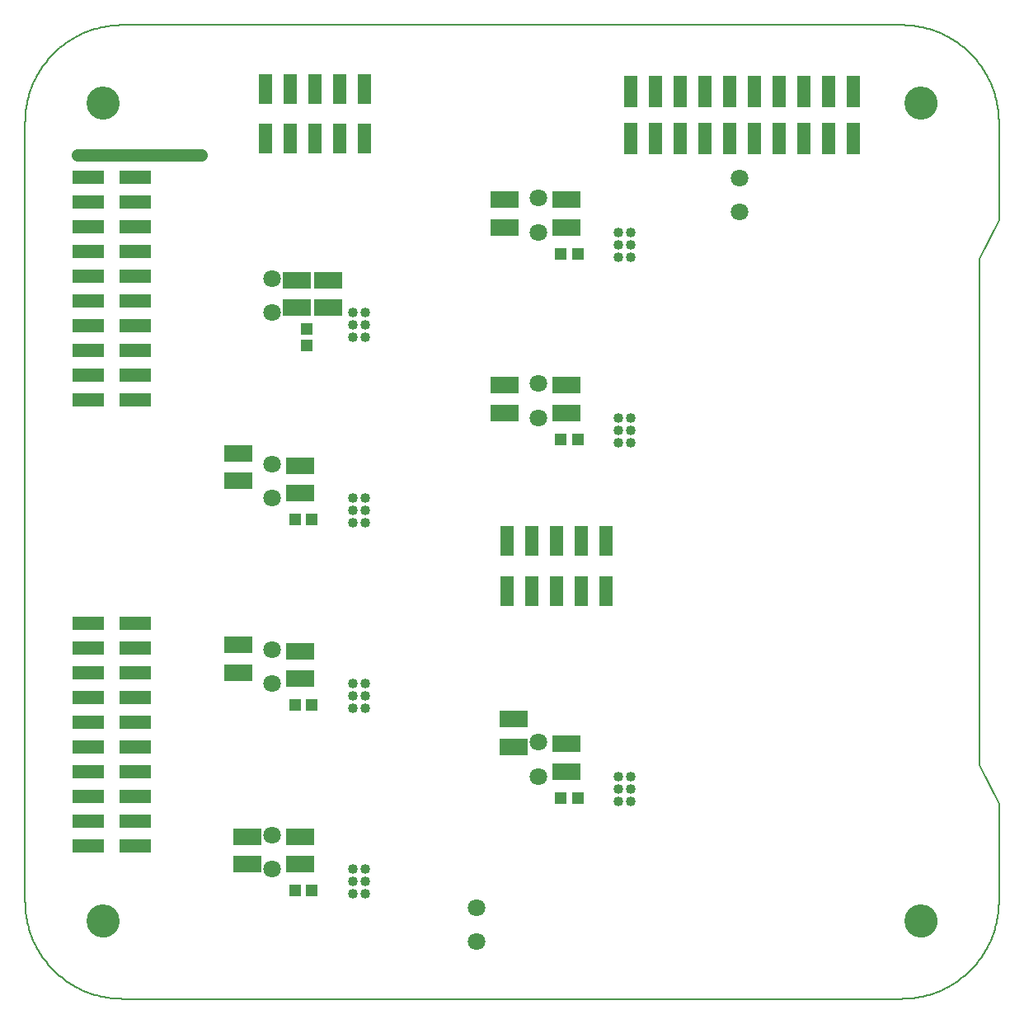
<source format=gbs>
G75*
%MOIN*%
%OFA0B0*%
%FSLAX25Y25*%
%IPPOS*%
%LPD*%
%AMOC8*
5,1,8,0,0,1.08239X$1,22.5*
%
%ADD10C,0.00600*%
%ADD11C,0.05000*%
%ADD12C,0.00000*%
%ADD13C,0.13398*%
%ADD14R,0.12800X0.05800*%
%ADD15R,0.05800X0.12300*%
%ADD16C,0.03981*%
%ADD17C,0.07099*%
%ADD18R,0.11430X0.07099*%
%ADD19R,0.05052X0.04934*%
%ADD20R,0.04934X0.05052*%
%ADD21R,0.05800X0.12800*%
D10*
X0116800Y0058370D02*
X0116800Y0373331D01*
X0116811Y0374282D01*
X0116846Y0375233D01*
X0116903Y0376183D01*
X0116984Y0377131D01*
X0117087Y0378077D01*
X0117213Y0379020D01*
X0117362Y0379959D01*
X0117533Y0380895D01*
X0117728Y0381826D01*
X0117944Y0382753D01*
X0118183Y0383674D01*
X0118444Y0384589D01*
X0118727Y0385497D01*
X0119032Y0386398D01*
X0119358Y0387292D01*
X0119707Y0388177D01*
X0120076Y0389054D01*
X0120466Y0389922D01*
X0120878Y0390779D01*
X0121310Y0391627D01*
X0121762Y0392464D01*
X0122234Y0393290D01*
X0122726Y0394104D01*
X0123238Y0394906D01*
X0123769Y0395696D01*
X0124319Y0396472D01*
X0124887Y0397235D01*
X0125474Y0397984D01*
X0126079Y0398718D01*
X0126701Y0399438D01*
X0127341Y0400143D01*
X0127997Y0400831D01*
X0128670Y0401504D01*
X0129358Y0402160D01*
X0130063Y0402800D01*
X0130783Y0403422D01*
X0131517Y0404027D01*
X0132266Y0404614D01*
X0133029Y0405182D01*
X0133805Y0405732D01*
X0134595Y0406263D01*
X0135397Y0406775D01*
X0136211Y0407267D01*
X0137037Y0407739D01*
X0137874Y0408191D01*
X0138722Y0408623D01*
X0139579Y0409035D01*
X0140447Y0409425D01*
X0141324Y0409794D01*
X0142209Y0410143D01*
X0143103Y0410469D01*
X0144004Y0410774D01*
X0144912Y0411057D01*
X0145827Y0411318D01*
X0146748Y0411557D01*
X0147675Y0411773D01*
X0148606Y0411968D01*
X0149542Y0412139D01*
X0150481Y0412288D01*
X0151424Y0412414D01*
X0152370Y0412517D01*
X0153318Y0412598D01*
X0154268Y0412655D01*
X0155219Y0412690D01*
X0156170Y0412701D01*
X0471131Y0412701D01*
X0472082Y0412690D01*
X0473033Y0412655D01*
X0473983Y0412598D01*
X0474931Y0412517D01*
X0475877Y0412414D01*
X0476820Y0412288D01*
X0477759Y0412139D01*
X0478695Y0411968D01*
X0479626Y0411773D01*
X0480553Y0411557D01*
X0481474Y0411318D01*
X0482389Y0411057D01*
X0483297Y0410774D01*
X0484198Y0410469D01*
X0485092Y0410143D01*
X0485977Y0409794D01*
X0486854Y0409425D01*
X0487722Y0409035D01*
X0488579Y0408623D01*
X0489427Y0408191D01*
X0490264Y0407739D01*
X0491090Y0407267D01*
X0491904Y0406775D01*
X0492706Y0406263D01*
X0493496Y0405732D01*
X0494272Y0405182D01*
X0495035Y0404614D01*
X0495784Y0404027D01*
X0496518Y0403422D01*
X0497238Y0402800D01*
X0497943Y0402160D01*
X0498631Y0401504D01*
X0499304Y0400831D01*
X0499960Y0400143D01*
X0500600Y0399438D01*
X0501222Y0398718D01*
X0501827Y0397984D01*
X0502414Y0397235D01*
X0502982Y0396472D01*
X0503532Y0395696D01*
X0504063Y0394906D01*
X0504575Y0394104D01*
X0505067Y0393290D01*
X0505539Y0392464D01*
X0505991Y0391627D01*
X0506423Y0390779D01*
X0506835Y0389922D01*
X0507225Y0389054D01*
X0507594Y0388177D01*
X0507943Y0387292D01*
X0508269Y0386398D01*
X0508574Y0385497D01*
X0508857Y0384589D01*
X0509118Y0383674D01*
X0509357Y0382753D01*
X0509573Y0381826D01*
X0509768Y0380895D01*
X0509939Y0379959D01*
X0510088Y0379020D01*
X0510214Y0378077D01*
X0510317Y0377131D01*
X0510398Y0376183D01*
X0510455Y0375233D01*
X0510490Y0374282D01*
X0510501Y0373331D01*
X0510501Y0333961D01*
X0502627Y0318213D01*
X0502627Y0113488D01*
X0510501Y0097740D01*
X0510501Y0058370D01*
X0510490Y0057419D01*
X0510455Y0056468D01*
X0510398Y0055518D01*
X0510317Y0054570D01*
X0510214Y0053624D01*
X0510088Y0052681D01*
X0509939Y0051742D01*
X0509768Y0050806D01*
X0509573Y0049875D01*
X0509357Y0048948D01*
X0509118Y0048027D01*
X0508857Y0047112D01*
X0508574Y0046204D01*
X0508269Y0045303D01*
X0507943Y0044409D01*
X0507594Y0043524D01*
X0507225Y0042647D01*
X0506835Y0041779D01*
X0506423Y0040922D01*
X0505991Y0040074D01*
X0505539Y0039237D01*
X0505067Y0038411D01*
X0504575Y0037597D01*
X0504063Y0036795D01*
X0503532Y0036005D01*
X0502982Y0035229D01*
X0502414Y0034466D01*
X0501827Y0033717D01*
X0501222Y0032983D01*
X0500600Y0032263D01*
X0499960Y0031558D01*
X0499304Y0030870D01*
X0498631Y0030197D01*
X0497943Y0029541D01*
X0497238Y0028901D01*
X0496518Y0028279D01*
X0495784Y0027674D01*
X0495035Y0027087D01*
X0494272Y0026519D01*
X0493496Y0025969D01*
X0492706Y0025438D01*
X0491904Y0024926D01*
X0491090Y0024434D01*
X0490264Y0023962D01*
X0489427Y0023510D01*
X0488579Y0023078D01*
X0487722Y0022666D01*
X0486854Y0022276D01*
X0485977Y0021907D01*
X0485092Y0021558D01*
X0484198Y0021232D01*
X0483297Y0020927D01*
X0482389Y0020644D01*
X0481474Y0020383D01*
X0480553Y0020144D01*
X0479626Y0019928D01*
X0478695Y0019733D01*
X0477759Y0019562D01*
X0476820Y0019413D01*
X0475877Y0019287D01*
X0474931Y0019184D01*
X0473983Y0019103D01*
X0473033Y0019046D01*
X0472082Y0019011D01*
X0471131Y0019000D01*
X0156170Y0019000D01*
X0155219Y0019011D01*
X0154268Y0019046D01*
X0153318Y0019103D01*
X0152370Y0019184D01*
X0151424Y0019287D01*
X0150481Y0019413D01*
X0149542Y0019562D01*
X0148606Y0019733D01*
X0147675Y0019928D01*
X0146748Y0020144D01*
X0145827Y0020383D01*
X0144912Y0020644D01*
X0144004Y0020927D01*
X0143103Y0021232D01*
X0142209Y0021558D01*
X0141324Y0021907D01*
X0140447Y0022276D01*
X0139579Y0022666D01*
X0138722Y0023078D01*
X0137874Y0023510D01*
X0137037Y0023962D01*
X0136211Y0024434D01*
X0135397Y0024926D01*
X0134595Y0025438D01*
X0133805Y0025969D01*
X0133029Y0026519D01*
X0132266Y0027087D01*
X0131517Y0027674D01*
X0130783Y0028279D01*
X0130063Y0028901D01*
X0129358Y0029541D01*
X0128670Y0030197D01*
X0127997Y0030870D01*
X0127341Y0031558D01*
X0126701Y0032263D01*
X0126079Y0032983D01*
X0125474Y0033717D01*
X0124887Y0034466D01*
X0124319Y0035229D01*
X0123769Y0036005D01*
X0123238Y0036795D01*
X0122726Y0037597D01*
X0122234Y0038411D01*
X0121762Y0039237D01*
X0121310Y0040074D01*
X0120878Y0040922D01*
X0120466Y0041779D01*
X0120076Y0042647D01*
X0119707Y0043524D01*
X0119358Y0044409D01*
X0119032Y0045303D01*
X0118727Y0046204D01*
X0118444Y0047112D01*
X0118183Y0048027D01*
X0117944Y0048948D01*
X0117728Y0049875D01*
X0117533Y0050806D01*
X0117362Y0051742D01*
X0117213Y0052681D01*
X0117087Y0053624D01*
X0116984Y0054570D01*
X0116903Y0055518D01*
X0116846Y0056468D01*
X0116811Y0057419D01*
X0116800Y0058370D01*
D11*
X0138050Y0360250D02*
X0188050Y0360250D01*
D12*
X0141997Y0381205D02*
X0141999Y0381363D01*
X0142005Y0381521D01*
X0142015Y0381679D01*
X0142029Y0381837D01*
X0142047Y0381994D01*
X0142068Y0382151D01*
X0142094Y0382307D01*
X0142124Y0382463D01*
X0142157Y0382618D01*
X0142195Y0382771D01*
X0142236Y0382924D01*
X0142281Y0383076D01*
X0142330Y0383227D01*
X0142383Y0383376D01*
X0142439Y0383524D01*
X0142499Y0383670D01*
X0142563Y0383815D01*
X0142631Y0383958D01*
X0142702Y0384100D01*
X0142776Y0384240D01*
X0142854Y0384377D01*
X0142936Y0384513D01*
X0143020Y0384647D01*
X0143109Y0384778D01*
X0143200Y0384907D01*
X0143295Y0385034D01*
X0143392Y0385159D01*
X0143493Y0385281D01*
X0143597Y0385400D01*
X0143704Y0385517D01*
X0143814Y0385631D01*
X0143927Y0385742D01*
X0144042Y0385851D01*
X0144160Y0385956D01*
X0144281Y0386058D01*
X0144404Y0386158D01*
X0144530Y0386254D01*
X0144658Y0386347D01*
X0144788Y0386437D01*
X0144921Y0386523D01*
X0145056Y0386607D01*
X0145192Y0386686D01*
X0145331Y0386763D01*
X0145472Y0386835D01*
X0145614Y0386905D01*
X0145758Y0386970D01*
X0145904Y0387032D01*
X0146051Y0387090D01*
X0146200Y0387145D01*
X0146350Y0387196D01*
X0146501Y0387243D01*
X0146653Y0387286D01*
X0146806Y0387325D01*
X0146961Y0387361D01*
X0147116Y0387392D01*
X0147272Y0387420D01*
X0147428Y0387444D01*
X0147585Y0387464D01*
X0147743Y0387480D01*
X0147900Y0387492D01*
X0148059Y0387500D01*
X0148217Y0387504D01*
X0148375Y0387504D01*
X0148533Y0387500D01*
X0148692Y0387492D01*
X0148849Y0387480D01*
X0149007Y0387464D01*
X0149164Y0387444D01*
X0149320Y0387420D01*
X0149476Y0387392D01*
X0149631Y0387361D01*
X0149786Y0387325D01*
X0149939Y0387286D01*
X0150091Y0387243D01*
X0150242Y0387196D01*
X0150392Y0387145D01*
X0150541Y0387090D01*
X0150688Y0387032D01*
X0150834Y0386970D01*
X0150978Y0386905D01*
X0151120Y0386835D01*
X0151261Y0386763D01*
X0151400Y0386686D01*
X0151536Y0386607D01*
X0151671Y0386523D01*
X0151804Y0386437D01*
X0151934Y0386347D01*
X0152062Y0386254D01*
X0152188Y0386158D01*
X0152311Y0386058D01*
X0152432Y0385956D01*
X0152550Y0385851D01*
X0152665Y0385742D01*
X0152778Y0385631D01*
X0152888Y0385517D01*
X0152995Y0385400D01*
X0153099Y0385281D01*
X0153200Y0385159D01*
X0153297Y0385034D01*
X0153392Y0384907D01*
X0153483Y0384778D01*
X0153572Y0384647D01*
X0153656Y0384513D01*
X0153738Y0384377D01*
X0153816Y0384240D01*
X0153890Y0384100D01*
X0153961Y0383958D01*
X0154029Y0383815D01*
X0154093Y0383670D01*
X0154153Y0383524D01*
X0154209Y0383376D01*
X0154262Y0383227D01*
X0154311Y0383076D01*
X0154356Y0382924D01*
X0154397Y0382771D01*
X0154435Y0382618D01*
X0154468Y0382463D01*
X0154498Y0382307D01*
X0154524Y0382151D01*
X0154545Y0381994D01*
X0154563Y0381837D01*
X0154577Y0381679D01*
X0154587Y0381521D01*
X0154593Y0381363D01*
X0154595Y0381205D01*
X0154593Y0381047D01*
X0154587Y0380889D01*
X0154577Y0380731D01*
X0154563Y0380573D01*
X0154545Y0380416D01*
X0154524Y0380259D01*
X0154498Y0380103D01*
X0154468Y0379947D01*
X0154435Y0379792D01*
X0154397Y0379639D01*
X0154356Y0379486D01*
X0154311Y0379334D01*
X0154262Y0379183D01*
X0154209Y0379034D01*
X0154153Y0378886D01*
X0154093Y0378740D01*
X0154029Y0378595D01*
X0153961Y0378452D01*
X0153890Y0378310D01*
X0153816Y0378170D01*
X0153738Y0378033D01*
X0153656Y0377897D01*
X0153572Y0377763D01*
X0153483Y0377632D01*
X0153392Y0377503D01*
X0153297Y0377376D01*
X0153200Y0377251D01*
X0153099Y0377129D01*
X0152995Y0377010D01*
X0152888Y0376893D01*
X0152778Y0376779D01*
X0152665Y0376668D01*
X0152550Y0376559D01*
X0152432Y0376454D01*
X0152311Y0376352D01*
X0152188Y0376252D01*
X0152062Y0376156D01*
X0151934Y0376063D01*
X0151804Y0375973D01*
X0151671Y0375887D01*
X0151536Y0375803D01*
X0151400Y0375724D01*
X0151261Y0375647D01*
X0151120Y0375575D01*
X0150978Y0375505D01*
X0150834Y0375440D01*
X0150688Y0375378D01*
X0150541Y0375320D01*
X0150392Y0375265D01*
X0150242Y0375214D01*
X0150091Y0375167D01*
X0149939Y0375124D01*
X0149786Y0375085D01*
X0149631Y0375049D01*
X0149476Y0375018D01*
X0149320Y0374990D01*
X0149164Y0374966D01*
X0149007Y0374946D01*
X0148849Y0374930D01*
X0148692Y0374918D01*
X0148533Y0374910D01*
X0148375Y0374906D01*
X0148217Y0374906D01*
X0148059Y0374910D01*
X0147900Y0374918D01*
X0147743Y0374930D01*
X0147585Y0374946D01*
X0147428Y0374966D01*
X0147272Y0374990D01*
X0147116Y0375018D01*
X0146961Y0375049D01*
X0146806Y0375085D01*
X0146653Y0375124D01*
X0146501Y0375167D01*
X0146350Y0375214D01*
X0146200Y0375265D01*
X0146051Y0375320D01*
X0145904Y0375378D01*
X0145758Y0375440D01*
X0145614Y0375505D01*
X0145472Y0375575D01*
X0145331Y0375647D01*
X0145192Y0375724D01*
X0145056Y0375803D01*
X0144921Y0375887D01*
X0144788Y0375973D01*
X0144658Y0376063D01*
X0144530Y0376156D01*
X0144404Y0376252D01*
X0144281Y0376352D01*
X0144160Y0376454D01*
X0144042Y0376559D01*
X0143927Y0376668D01*
X0143814Y0376779D01*
X0143704Y0376893D01*
X0143597Y0377010D01*
X0143493Y0377129D01*
X0143392Y0377251D01*
X0143295Y0377376D01*
X0143200Y0377503D01*
X0143109Y0377632D01*
X0143020Y0377763D01*
X0142936Y0377897D01*
X0142854Y0378033D01*
X0142776Y0378170D01*
X0142702Y0378310D01*
X0142631Y0378452D01*
X0142563Y0378595D01*
X0142499Y0378740D01*
X0142439Y0378886D01*
X0142383Y0379034D01*
X0142330Y0379183D01*
X0142281Y0379334D01*
X0142236Y0379486D01*
X0142195Y0379639D01*
X0142157Y0379792D01*
X0142124Y0379947D01*
X0142094Y0380103D01*
X0142068Y0380259D01*
X0142047Y0380416D01*
X0142029Y0380573D01*
X0142015Y0380731D01*
X0142005Y0380889D01*
X0141999Y0381047D01*
X0141997Y0381205D01*
X0472706Y0381205D02*
X0472708Y0381363D01*
X0472714Y0381521D01*
X0472724Y0381679D01*
X0472738Y0381837D01*
X0472756Y0381994D01*
X0472777Y0382151D01*
X0472803Y0382307D01*
X0472833Y0382463D01*
X0472866Y0382618D01*
X0472904Y0382771D01*
X0472945Y0382924D01*
X0472990Y0383076D01*
X0473039Y0383227D01*
X0473092Y0383376D01*
X0473148Y0383524D01*
X0473208Y0383670D01*
X0473272Y0383815D01*
X0473340Y0383958D01*
X0473411Y0384100D01*
X0473485Y0384240D01*
X0473563Y0384377D01*
X0473645Y0384513D01*
X0473729Y0384647D01*
X0473818Y0384778D01*
X0473909Y0384907D01*
X0474004Y0385034D01*
X0474101Y0385159D01*
X0474202Y0385281D01*
X0474306Y0385400D01*
X0474413Y0385517D01*
X0474523Y0385631D01*
X0474636Y0385742D01*
X0474751Y0385851D01*
X0474869Y0385956D01*
X0474990Y0386058D01*
X0475113Y0386158D01*
X0475239Y0386254D01*
X0475367Y0386347D01*
X0475497Y0386437D01*
X0475630Y0386523D01*
X0475765Y0386607D01*
X0475901Y0386686D01*
X0476040Y0386763D01*
X0476181Y0386835D01*
X0476323Y0386905D01*
X0476467Y0386970D01*
X0476613Y0387032D01*
X0476760Y0387090D01*
X0476909Y0387145D01*
X0477059Y0387196D01*
X0477210Y0387243D01*
X0477362Y0387286D01*
X0477515Y0387325D01*
X0477670Y0387361D01*
X0477825Y0387392D01*
X0477981Y0387420D01*
X0478137Y0387444D01*
X0478294Y0387464D01*
X0478452Y0387480D01*
X0478609Y0387492D01*
X0478768Y0387500D01*
X0478926Y0387504D01*
X0479084Y0387504D01*
X0479242Y0387500D01*
X0479401Y0387492D01*
X0479558Y0387480D01*
X0479716Y0387464D01*
X0479873Y0387444D01*
X0480029Y0387420D01*
X0480185Y0387392D01*
X0480340Y0387361D01*
X0480495Y0387325D01*
X0480648Y0387286D01*
X0480800Y0387243D01*
X0480951Y0387196D01*
X0481101Y0387145D01*
X0481250Y0387090D01*
X0481397Y0387032D01*
X0481543Y0386970D01*
X0481687Y0386905D01*
X0481829Y0386835D01*
X0481970Y0386763D01*
X0482109Y0386686D01*
X0482245Y0386607D01*
X0482380Y0386523D01*
X0482513Y0386437D01*
X0482643Y0386347D01*
X0482771Y0386254D01*
X0482897Y0386158D01*
X0483020Y0386058D01*
X0483141Y0385956D01*
X0483259Y0385851D01*
X0483374Y0385742D01*
X0483487Y0385631D01*
X0483597Y0385517D01*
X0483704Y0385400D01*
X0483808Y0385281D01*
X0483909Y0385159D01*
X0484006Y0385034D01*
X0484101Y0384907D01*
X0484192Y0384778D01*
X0484281Y0384647D01*
X0484365Y0384513D01*
X0484447Y0384377D01*
X0484525Y0384240D01*
X0484599Y0384100D01*
X0484670Y0383958D01*
X0484738Y0383815D01*
X0484802Y0383670D01*
X0484862Y0383524D01*
X0484918Y0383376D01*
X0484971Y0383227D01*
X0485020Y0383076D01*
X0485065Y0382924D01*
X0485106Y0382771D01*
X0485144Y0382618D01*
X0485177Y0382463D01*
X0485207Y0382307D01*
X0485233Y0382151D01*
X0485254Y0381994D01*
X0485272Y0381837D01*
X0485286Y0381679D01*
X0485296Y0381521D01*
X0485302Y0381363D01*
X0485304Y0381205D01*
X0485302Y0381047D01*
X0485296Y0380889D01*
X0485286Y0380731D01*
X0485272Y0380573D01*
X0485254Y0380416D01*
X0485233Y0380259D01*
X0485207Y0380103D01*
X0485177Y0379947D01*
X0485144Y0379792D01*
X0485106Y0379639D01*
X0485065Y0379486D01*
X0485020Y0379334D01*
X0484971Y0379183D01*
X0484918Y0379034D01*
X0484862Y0378886D01*
X0484802Y0378740D01*
X0484738Y0378595D01*
X0484670Y0378452D01*
X0484599Y0378310D01*
X0484525Y0378170D01*
X0484447Y0378033D01*
X0484365Y0377897D01*
X0484281Y0377763D01*
X0484192Y0377632D01*
X0484101Y0377503D01*
X0484006Y0377376D01*
X0483909Y0377251D01*
X0483808Y0377129D01*
X0483704Y0377010D01*
X0483597Y0376893D01*
X0483487Y0376779D01*
X0483374Y0376668D01*
X0483259Y0376559D01*
X0483141Y0376454D01*
X0483020Y0376352D01*
X0482897Y0376252D01*
X0482771Y0376156D01*
X0482643Y0376063D01*
X0482513Y0375973D01*
X0482380Y0375887D01*
X0482245Y0375803D01*
X0482109Y0375724D01*
X0481970Y0375647D01*
X0481829Y0375575D01*
X0481687Y0375505D01*
X0481543Y0375440D01*
X0481397Y0375378D01*
X0481250Y0375320D01*
X0481101Y0375265D01*
X0480951Y0375214D01*
X0480800Y0375167D01*
X0480648Y0375124D01*
X0480495Y0375085D01*
X0480340Y0375049D01*
X0480185Y0375018D01*
X0480029Y0374990D01*
X0479873Y0374966D01*
X0479716Y0374946D01*
X0479558Y0374930D01*
X0479401Y0374918D01*
X0479242Y0374910D01*
X0479084Y0374906D01*
X0478926Y0374906D01*
X0478768Y0374910D01*
X0478609Y0374918D01*
X0478452Y0374930D01*
X0478294Y0374946D01*
X0478137Y0374966D01*
X0477981Y0374990D01*
X0477825Y0375018D01*
X0477670Y0375049D01*
X0477515Y0375085D01*
X0477362Y0375124D01*
X0477210Y0375167D01*
X0477059Y0375214D01*
X0476909Y0375265D01*
X0476760Y0375320D01*
X0476613Y0375378D01*
X0476467Y0375440D01*
X0476323Y0375505D01*
X0476181Y0375575D01*
X0476040Y0375647D01*
X0475901Y0375724D01*
X0475765Y0375803D01*
X0475630Y0375887D01*
X0475497Y0375973D01*
X0475367Y0376063D01*
X0475239Y0376156D01*
X0475113Y0376252D01*
X0474990Y0376352D01*
X0474869Y0376454D01*
X0474751Y0376559D01*
X0474636Y0376668D01*
X0474523Y0376779D01*
X0474413Y0376893D01*
X0474306Y0377010D01*
X0474202Y0377129D01*
X0474101Y0377251D01*
X0474004Y0377376D01*
X0473909Y0377503D01*
X0473818Y0377632D01*
X0473729Y0377763D01*
X0473645Y0377897D01*
X0473563Y0378033D01*
X0473485Y0378170D01*
X0473411Y0378310D01*
X0473340Y0378452D01*
X0473272Y0378595D01*
X0473208Y0378740D01*
X0473148Y0378886D01*
X0473092Y0379034D01*
X0473039Y0379183D01*
X0472990Y0379334D01*
X0472945Y0379486D01*
X0472904Y0379639D01*
X0472866Y0379792D01*
X0472833Y0379947D01*
X0472803Y0380103D01*
X0472777Y0380259D01*
X0472756Y0380416D01*
X0472738Y0380573D01*
X0472724Y0380731D01*
X0472714Y0380889D01*
X0472708Y0381047D01*
X0472706Y0381205D01*
X0472706Y0050496D02*
X0472708Y0050654D01*
X0472714Y0050812D01*
X0472724Y0050970D01*
X0472738Y0051128D01*
X0472756Y0051285D01*
X0472777Y0051442D01*
X0472803Y0051598D01*
X0472833Y0051754D01*
X0472866Y0051909D01*
X0472904Y0052062D01*
X0472945Y0052215D01*
X0472990Y0052367D01*
X0473039Y0052518D01*
X0473092Y0052667D01*
X0473148Y0052815D01*
X0473208Y0052961D01*
X0473272Y0053106D01*
X0473340Y0053249D01*
X0473411Y0053391D01*
X0473485Y0053531D01*
X0473563Y0053668D01*
X0473645Y0053804D01*
X0473729Y0053938D01*
X0473818Y0054069D01*
X0473909Y0054198D01*
X0474004Y0054325D01*
X0474101Y0054450D01*
X0474202Y0054572D01*
X0474306Y0054691D01*
X0474413Y0054808D01*
X0474523Y0054922D01*
X0474636Y0055033D01*
X0474751Y0055142D01*
X0474869Y0055247D01*
X0474990Y0055349D01*
X0475113Y0055449D01*
X0475239Y0055545D01*
X0475367Y0055638D01*
X0475497Y0055728D01*
X0475630Y0055814D01*
X0475765Y0055898D01*
X0475901Y0055977D01*
X0476040Y0056054D01*
X0476181Y0056126D01*
X0476323Y0056196D01*
X0476467Y0056261D01*
X0476613Y0056323D01*
X0476760Y0056381D01*
X0476909Y0056436D01*
X0477059Y0056487D01*
X0477210Y0056534D01*
X0477362Y0056577D01*
X0477515Y0056616D01*
X0477670Y0056652D01*
X0477825Y0056683D01*
X0477981Y0056711D01*
X0478137Y0056735D01*
X0478294Y0056755D01*
X0478452Y0056771D01*
X0478609Y0056783D01*
X0478768Y0056791D01*
X0478926Y0056795D01*
X0479084Y0056795D01*
X0479242Y0056791D01*
X0479401Y0056783D01*
X0479558Y0056771D01*
X0479716Y0056755D01*
X0479873Y0056735D01*
X0480029Y0056711D01*
X0480185Y0056683D01*
X0480340Y0056652D01*
X0480495Y0056616D01*
X0480648Y0056577D01*
X0480800Y0056534D01*
X0480951Y0056487D01*
X0481101Y0056436D01*
X0481250Y0056381D01*
X0481397Y0056323D01*
X0481543Y0056261D01*
X0481687Y0056196D01*
X0481829Y0056126D01*
X0481970Y0056054D01*
X0482109Y0055977D01*
X0482245Y0055898D01*
X0482380Y0055814D01*
X0482513Y0055728D01*
X0482643Y0055638D01*
X0482771Y0055545D01*
X0482897Y0055449D01*
X0483020Y0055349D01*
X0483141Y0055247D01*
X0483259Y0055142D01*
X0483374Y0055033D01*
X0483487Y0054922D01*
X0483597Y0054808D01*
X0483704Y0054691D01*
X0483808Y0054572D01*
X0483909Y0054450D01*
X0484006Y0054325D01*
X0484101Y0054198D01*
X0484192Y0054069D01*
X0484281Y0053938D01*
X0484365Y0053804D01*
X0484447Y0053668D01*
X0484525Y0053531D01*
X0484599Y0053391D01*
X0484670Y0053249D01*
X0484738Y0053106D01*
X0484802Y0052961D01*
X0484862Y0052815D01*
X0484918Y0052667D01*
X0484971Y0052518D01*
X0485020Y0052367D01*
X0485065Y0052215D01*
X0485106Y0052062D01*
X0485144Y0051909D01*
X0485177Y0051754D01*
X0485207Y0051598D01*
X0485233Y0051442D01*
X0485254Y0051285D01*
X0485272Y0051128D01*
X0485286Y0050970D01*
X0485296Y0050812D01*
X0485302Y0050654D01*
X0485304Y0050496D01*
X0485302Y0050338D01*
X0485296Y0050180D01*
X0485286Y0050022D01*
X0485272Y0049864D01*
X0485254Y0049707D01*
X0485233Y0049550D01*
X0485207Y0049394D01*
X0485177Y0049238D01*
X0485144Y0049083D01*
X0485106Y0048930D01*
X0485065Y0048777D01*
X0485020Y0048625D01*
X0484971Y0048474D01*
X0484918Y0048325D01*
X0484862Y0048177D01*
X0484802Y0048031D01*
X0484738Y0047886D01*
X0484670Y0047743D01*
X0484599Y0047601D01*
X0484525Y0047461D01*
X0484447Y0047324D01*
X0484365Y0047188D01*
X0484281Y0047054D01*
X0484192Y0046923D01*
X0484101Y0046794D01*
X0484006Y0046667D01*
X0483909Y0046542D01*
X0483808Y0046420D01*
X0483704Y0046301D01*
X0483597Y0046184D01*
X0483487Y0046070D01*
X0483374Y0045959D01*
X0483259Y0045850D01*
X0483141Y0045745D01*
X0483020Y0045643D01*
X0482897Y0045543D01*
X0482771Y0045447D01*
X0482643Y0045354D01*
X0482513Y0045264D01*
X0482380Y0045178D01*
X0482245Y0045094D01*
X0482109Y0045015D01*
X0481970Y0044938D01*
X0481829Y0044866D01*
X0481687Y0044796D01*
X0481543Y0044731D01*
X0481397Y0044669D01*
X0481250Y0044611D01*
X0481101Y0044556D01*
X0480951Y0044505D01*
X0480800Y0044458D01*
X0480648Y0044415D01*
X0480495Y0044376D01*
X0480340Y0044340D01*
X0480185Y0044309D01*
X0480029Y0044281D01*
X0479873Y0044257D01*
X0479716Y0044237D01*
X0479558Y0044221D01*
X0479401Y0044209D01*
X0479242Y0044201D01*
X0479084Y0044197D01*
X0478926Y0044197D01*
X0478768Y0044201D01*
X0478609Y0044209D01*
X0478452Y0044221D01*
X0478294Y0044237D01*
X0478137Y0044257D01*
X0477981Y0044281D01*
X0477825Y0044309D01*
X0477670Y0044340D01*
X0477515Y0044376D01*
X0477362Y0044415D01*
X0477210Y0044458D01*
X0477059Y0044505D01*
X0476909Y0044556D01*
X0476760Y0044611D01*
X0476613Y0044669D01*
X0476467Y0044731D01*
X0476323Y0044796D01*
X0476181Y0044866D01*
X0476040Y0044938D01*
X0475901Y0045015D01*
X0475765Y0045094D01*
X0475630Y0045178D01*
X0475497Y0045264D01*
X0475367Y0045354D01*
X0475239Y0045447D01*
X0475113Y0045543D01*
X0474990Y0045643D01*
X0474869Y0045745D01*
X0474751Y0045850D01*
X0474636Y0045959D01*
X0474523Y0046070D01*
X0474413Y0046184D01*
X0474306Y0046301D01*
X0474202Y0046420D01*
X0474101Y0046542D01*
X0474004Y0046667D01*
X0473909Y0046794D01*
X0473818Y0046923D01*
X0473729Y0047054D01*
X0473645Y0047188D01*
X0473563Y0047324D01*
X0473485Y0047461D01*
X0473411Y0047601D01*
X0473340Y0047743D01*
X0473272Y0047886D01*
X0473208Y0048031D01*
X0473148Y0048177D01*
X0473092Y0048325D01*
X0473039Y0048474D01*
X0472990Y0048625D01*
X0472945Y0048777D01*
X0472904Y0048930D01*
X0472866Y0049083D01*
X0472833Y0049238D01*
X0472803Y0049394D01*
X0472777Y0049550D01*
X0472756Y0049707D01*
X0472738Y0049864D01*
X0472724Y0050022D01*
X0472714Y0050180D01*
X0472708Y0050338D01*
X0472706Y0050496D01*
X0141997Y0050496D02*
X0141999Y0050654D01*
X0142005Y0050812D01*
X0142015Y0050970D01*
X0142029Y0051128D01*
X0142047Y0051285D01*
X0142068Y0051442D01*
X0142094Y0051598D01*
X0142124Y0051754D01*
X0142157Y0051909D01*
X0142195Y0052062D01*
X0142236Y0052215D01*
X0142281Y0052367D01*
X0142330Y0052518D01*
X0142383Y0052667D01*
X0142439Y0052815D01*
X0142499Y0052961D01*
X0142563Y0053106D01*
X0142631Y0053249D01*
X0142702Y0053391D01*
X0142776Y0053531D01*
X0142854Y0053668D01*
X0142936Y0053804D01*
X0143020Y0053938D01*
X0143109Y0054069D01*
X0143200Y0054198D01*
X0143295Y0054325D01*
X0143392Y0054450D01*
X0143493Y0054572D01*
X0143597Y0054691D01*
X0143704Y0054808D01*
X0143814Y0054922D01*
X0143927Y0055033D01*
X0144042Y0055142D01*
X0144160Y0055247D01*
X0144281Y0055349D01*
X0144404Y0055449D01*
X0144530Y0055545D01*
X0144658Y0055638D01*
X0144788Y0055728D01*
X0144921Y0055814D01*
X0145056Y0055898D01*
X0145192Y0055977D01*
X0145331Y0056054D01*
X0145472Y0056126D01*
X0145614Y0056196D01*
X0145758Y0056261D01*
X0145904Y0056323D01*
X0146051Y0056381D01*
X0146200Y0056436D01*
X0146350Y0056487D01*
X0146501Y0056534D01*
X0146653Y0056577D01*
X0146806Y0056616D01*
X0146961Y0056652D01*
X0147116Y0056683D01*
X0147272Y0056711D01*
X0147428Y0056735D01*
X0147585Y0056755D01*
X0147743Y0056771D01*
X0147900Y0056783D01*
X0148059Y0056791D01*
X0148217Y0056795D01*
X0148375Y0056795D01*
X0148533Y0056791D01*
X0148692Y0056783D01*
X0148849Y0056771D01*
X0149007Y0056755D01*
X0149164Y0056735D01*
X0149320Y0056711D01*
X0149476Y0056683D01*
X0149631Y0056652D01*
X0149786Y0056616D01*
X0149939Y0056577D01*
X0150091Y0056534D01*
X0150242Y0056487D01*
X0150392Y0056436D01*
X0150541Y0056381D01*
X0150688Y0056323D01*
X0150834Y0056261D01*
X0150978Y0056196D01*
X0151120Y0056126D01*
X0151261Y0056054D01*
X0151400Y0055977D01*
X0151536Y0055898D01*
X0151671Y0055814D01*
X0151804Y0055728D01*
X0151934Y0055638D01*
X0152062Y0055545D01*
X0152188Y0055449D01*
X0152311Y0055349D01*
X0152432Y0055247D01*
X0152550Y0055142D01*
X0152665Y0055033D01*
X0152778Y0054922D01*
X0152888Y0054808D01*
X0152995Y0054691D01*
X0153099Y0054572D01*
X0153200Y0054450D01*
X0153297Y0054325D01*
X0153392Y0054198D01*
X0153483Y0054069D01*
X0153572Y0053938D01*
X0153656Y0053804D01*
X0153738Y0053668D01*
X0153816Y0053531D01*
X0153890Y0053391D01*
X0153961Y0053249D01*
X0154029Y0053106D01*
X0154093Y0052961D01*
X0154153Y0052815D01*
X0154209Y0052667D01*
X0154262Y0052518D01*
X0154311Y0052367D01*
X0154356Y0052215D01*
X0154397Y0052062D01*
X0154435Y0051909D01*
X0154468Y0051754D01*
X0154498Y0051598D01*
X0154524Y0051442D01*
X0154545Y0051285D01*
X0154563Y0051128D01*
X0154577Y0050970D01*
X0154587Y0050812D01*
X0154593Y0050654D01*
X0154595Y0050496D01*
X0154593Y0050338D01*
X0154587Y0050180D01*
X0154577Y0050022D01*
X0154563Y0049864D01*
X0154545Y0049707D01*
X0154524Y0049550D01*
X0154498Y0049394D01*
X0154468Y0049238D01*
X0154435Y0049083D01*
X0154397Y0048930D01*
X0154356Y0048777D01*
X0154311Y0048625D01*
X0154262Y0048474D01*
X0154209Y0048325D01*
X0154153Y0048177D01*
X0154093Y0048031D01*
X0154029Y0047886D01*
X0153961Y0047743D01*
X0153890Y0047601D01*
X0153816Y0047461D01*
X0153738Y0047324D01*
X0153656Y0047188D01*
X0153572Y0047054D01*
X0153483Y0046923D01*
X0153392Y0046794D01*
X0153297Y0046667D01*
X0153200Y0046542D01*
X0153099Y0046420D01*
X0152995Y0046301D01*
X0152888Y0046184D01*
X0152778Y0046070D01*
X0152665Y0045959D01*
X0152550Y0045850D01*
X0152432Y0045745D01*
X0152311Y0045643D01*
X0152188Y0045543D01*
X0152062Y0045447D01*
X0151934Y0045354D01*
X0151804Y0045264D01*
X0151671Y0045178D01*
X0151536Y0045094D01*
X0151400Y0045015D01*
X0151261Y0044938D01*
X0151120Y0044866D01*
X0150978Y0044796D01*
X0150834Y0044731D01*
X0150688Y0044669D01*
X0150541Y0044611D01*
X0150392Y0044556D01*
X0150242Y0044505D01*
X0150091Y0044458D01*
X0149939Y0044415D01*
X0149786Y0044376D01*
X0149631Y0044340D01*
X0149476Y0044309D01*
X0149320Y0044281D01*
X0149164Y0044257D01*
X0149007Y0044237D01*
X0148849Y0044221D01*
X0148692Y0044209D01*
X0148533Y0044201D01*
X0148375Y0044197D01*
X0148217Y0044197D01*
X0148059Y0044201D01*
X0147900Y0044209D01*
X0147743Y0044221D01*
X0147585Y0044237D01*
X0147428Y0044257D01*
X0147272Y0044281D01*
X0147116Y0044309D01*
X0146961Y0044340D01*
X0146806Y0044376D01*
X0146653Y0044415D01*
X0146501Y0044458D01*
X0146350Y0044505D01*
X0146200Y0044556D01*
X0146051Y0044611D01*
X0145904Y0044669D01*
X0145758Y0044731D01*
X0145614Y0044796D01*
X0145472Y0044866D01*
X0145331Y0044938D01*
X0145192Y0045015D01*
X0145056Y0045094D01*
X0144921Y0045178D01*
X0144788Y0045264D01*
X0144658Y0045354D01*
X0144530Y0045447D01*
X0144404Y0045543D01*
X0144281Y0045643D01*
X0144160Y0045745D01*
X0144042Y0045850D01*
X0143927Y0045959D01*
X0143814Y0046070D01*
X0143704Y0046184D01*
X0143597Y0046301D01*
X0143493Y0046420D01*
X0143392Y0046542D01*
X0143295Y0046667D01*
X0143200Y0046794D01*
X0143109Y0046923D01*
X0143020Y0047054D01*
X0142936Y0047188D01*
X0142854Y0047324D01*
X0142776Y0047461D01*
X0142702Y0047601D01*
X0142631Y0047743D01*
X0142563Y0047886D01*
X0142499Y0048031D01*
X0142439Y0048177D01*
X0142383Y0048325D01*
X0142330Y0048474D01*
X0142281Y0048625D01*
X0142236Y0048777D01*
X0142195Y0048930D01*
X0142157Y0049083D01*
X0142124Y0049238D01*
X0142094Y0049394D01*
X0142068Y0049550D01*
X0142047Y0049707D01*
X0142029Y0049864D01*
X0142015Y0050022D01*
X0142005Y0050180D01*
X0141999Y0050338D01*
X0141997Y0050496D01*
D13*
X0148296Y0050496D03*
X0479005Y0050496D03*
X0479005Y0381205D03*
X0148296Y0381205D03*
D14*
X0142300Y0351102D03*
X0142300Y0341102D03*
X0142300Y0331102D03*
X0142300Y0321102D03*
X0142300Y0311102D03*
X0142300Y0301102D03*
X0142300Y0291102D03*
X0142300Y0281102D03*
X0142300Y0271102D03*
X0142300Y0261102D03*
X0161300Y0261102D03*
X0161300Y0271102D03*
X0161300Y0281102D03*
X0161300Y0291102D03*
X0161300Y0301102D03*
X0161300Y0311102D03*
X0161300Y0321102D03*
X0161300Y0331102D03*
X0161300Y0341102D03*
X0161300Y0351102D03*
X0161300Y0170890D03*
X0161300Y0160890D03*
X0161300Y0150890D03*
X0161300Y0140890D03*
X0161300Y0130890D03*
X0161300Y0120890D03*
X0161300Y0110890D03*
X0161300Y0100890D03*
X0161300Y0090890D03*
X0161300Y0080890D03*
X0142300Y0080890D03*
X0142300Y0090890D03*
X0142300Y0100890D03*
X0142300Y0110890D03*
X0142300Y0120890D03*
X0142300Y0130890D03*
X0142300Y0140890D03*
X0142300Y0150890D03*
X0142300Y0160890D03*
X0142300Y0170890D03*
D15*
X0311800Y0183875D03*
X0321800Y0183875D03*
X0331800Y0183875D03*
X0341800Y0183875D03*
X0351800Y0183875D03*
X0351800Y0204125D03*
X0341800Y0204125D03*
X0331800Y0204125D03*
X0321800Y0204125D03*
X0311800Y0204125D03*
X0253934Y0366709D03*
X0243934Y0366709D03*
X0233934Y0366709D03*
X0223934Y0366709D03*
X0213934Y0366709D03*
X0213934Y0386959D03*
X0223934Y0386959D03*
X0233934Y0386959D03*
X0243934Y0386959D03*
X0253934Y0386959D03*
D16*
X0356800Y0329000D03*
X0356800Y0324000D03*
X0356800Y0319000D03*
X0361800Y0319000D03*
X0361800Y0324000D03*
X0361800Y0329000D03*
X0361800Y0254000D03*
X0361800Y0249000D03*
X0356800Y0249000D03*
X0356800Y0254000D03*
X0356800Y0244000D03*
X0361800Y0244000D03*
X0254300Y0221500D03*
X0254300Y0216500D03*
X0254300Y0211500D03*
X0249300Y0211500D03*
X0249300Y0216500D03*
X0249300Y0221500D03*
X0249300Y0286500D03*
X0249300Y0291500D03*
X0254300Y0291500D03*
X0254300Y0286500D03*
X0254300Y0296500D03*
X0249300Y0296500D03*
X0249300Y0146500D03*
X0254300Y0146500D03*
X0254300Y0141500D03*
X0254300Y0136500D03*
X0249300Y0136500D03*
X0249300Y0141500D03*
X0249300Y0071500D03*
X0249300Y0066500D03*
X0249300Y0061500D03*
X0254300Y0061500D03*
X0254300Y0066500D03*
X0254300Y0071500D03*
X0356800Y0099000D03*
X0356800Y0104000D03*
X0356800Y0109000D03*
X0361800Y0109000D03*
X0361800Y0104000D03*
X0361800Y0099000D03*
D17*
X0324300Y0108985D03*
X0324300Y0122765D03*
X0299300Y0055890D03*
X0299300Y0042110D03*
X0216800Y0071485D03*
X0216800Y0085265D03*
X0216800Y0146485D03*
X0216800Y0160265D03*
X0216800Y0221485D03*
X0216800Y0235265D03*
X0216800Y0296485D03*
X0216800Y0310265D03*
X0324300Y0328985D03*
X0324300Y0342765D03*
X0405550Y0337110D03*
X0405550Y0350890D03*
X0324300Y0267765D03*
X0324300Y0253985D03*
D18*
X0335550Y0255988D03*
X0335550Y0267012D03*
X0310550Y0267012D03*
X0310550Y0255988D03*
X0239300Y0298488D03*
X0226800Y0298488D03*
X0226800Y0309512D03*
X0239300Y0309512D03*
X0310550Y0330988D03*
X0310550Y0342012D03*
X0335550Y0342012D03*
X0335550Y0330988D03*
X0228050Y0234512D03*
X0228050Y0223488D03*
X0203050Y0228488D03*
X0203050Y0239512D03*
X0203050Y0162012D03*
X0203050Y0150988D03*
X0228050Y0148488D03*
X0228050Y0159512D03*
X0314300Y0132012D03*
X0314300Y0120988D03*
X0335550Y0122012D03*
X0335550Y0110988D03*
X0228050Y0084512D03*
X0228050Y0073488D03*
X0206800Y0073488D03*
X0206800Y0084512D03*
D19*
X0230550Y0283055D03*
X0230550Y0289945D03*
D20*
X0232745Y0212750D03*
X0225855Y0212750D03*
X0225855Y0137750D03*
X0232745Y0137750D03*
X0232745Y0062750D03*
X0225855Y0062750D03*
X0333355Y0100250D03*
X0340245Y0100250D03*
X0340245Y0245250D03*
X0333355Y0245250D03*
X0333355Y0320250D03*
X0340245Y0320250D03*
D21*
X0361800Y0367000D03*
X0371800Y0367000D03*
X0381800Y0367000D03*
X0391800Y0367000D03*
X0401800Y0367000D03*
X0411800Y0367000D03*
X0421800Y0367000D03*
X0431800Y0367000D03*
X0441800Y0367000D03*
X0451800Y0367000D03*
X0451800Y0386000D03*
X0441800Y0386000D03*
X0431800Y0386000D03*
X0421800Y0386000D03*
X0411800Y0386000D03*
X0401800Y0386000D03*
X0391800Y0386000D03*
X0381800Y0386000D03*
X0371800Y0386000D03*
X0361800Y0386000D03*
M02*

</source>
